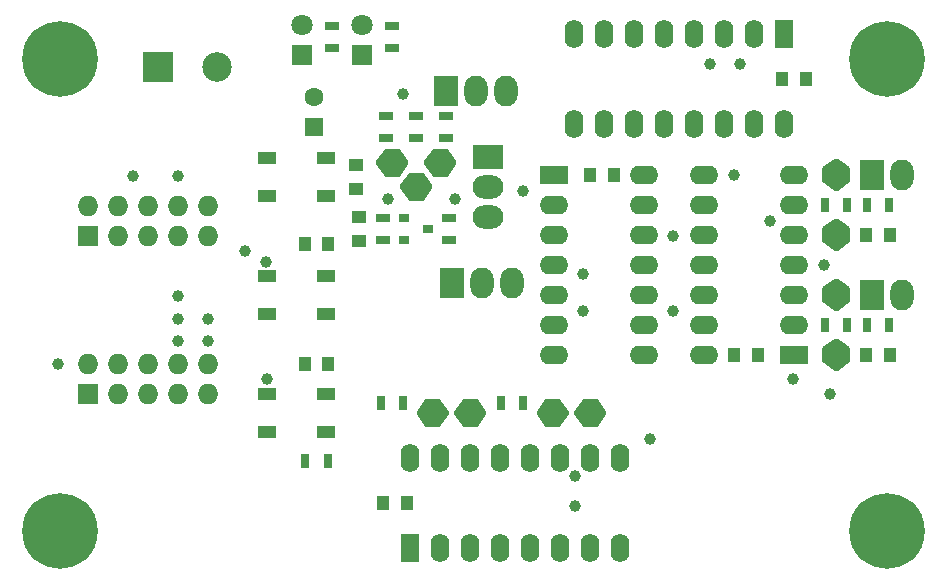
<source format=gbs>
%TF.GenerationSoftware,KiCad,Pcbnew,(5.0.0-rc2-dev-488-g86906b05e)*%
%TF.CreationDate,2018-05-17T23:15:42+02:00*%
%TF.ProjectId,ledbox,6C6564626F782E6B696361645F706362,rev?*%
%TF.SameCoordinates,Original*%
%TF.FileFunction,Soldermask,Bot*%
%TF.FilePolarity,Negative*%
%FSLAX46Y46*%
G04 Gerber Fmt 4.6, Leading zero omitted, Abs format (unit mm)*
G04 Created by KiCad (PCBNEW (5.0.0-rc2-dev-488-g86906b05e)) date Thu May 17 23:15:42 2018*
%MOMM*%
%LPD*%
G01*
G04 APERTURE LIST*
%ADD10C,0.150000*%
%ADD11C,6.400000*%
%ADD12C,0.800000*%
%ADD13R,1.600000X1.600000*%
%ADD14C,1.600000*%
%ADD15R,1.000000X1.250000*%
%ADD16R,1.250000X1.000000*%
%ADD17R,1.800000X1.800000*%
%ADD18C,1.800000*%
%ADD19O,2.600000X2.000000*%
%ADD20R,2.600000X2.000000*%
%ADD21R,2.500000X2.500000*%
%ADD22C,2.500000*%
%ADD23R,2.000000X2.600000*%
%ADD24O,2.000000X2.600000*%
%ADD25R,0.700000X1.300000*%
%ADD26R,1.300000X0.700000*%
%ADD27R,1.600000X2.400000*%
%ADD28O,1.600000X2.400000*%
%ADD29R,2.400000X1.600000*%
%ADD30O,2.400000X1.600000*%
%ADD31R,1.600000X1.000000*%
%ADD32O,1.727200X1.727200*%
%ADD33R,1.727200X1.727200*%
%ADD34R,0.900000X0.800000*%
%ADD35C,1.000000*%
G04 APERTURE END LIST*
D10*
%TO.C,JP201*%
G36*
X135991600Y-133869400D02*
X135242300Y-134872700D01*
X135242300Y-135101300D01*
X135991600Y-136104600D01*
X137058400Y-136104600D01*
X137807700Y-135101300D01*
X137807700Y-134872700D01*
X137058400Y-133869400D01*
X137045700Y-133869400D01*
X135991600Y-133869400D01*
G37*
X135991600Y-133869400D02*
X135242300Y-134872700D01*
X135242300Y-135101300D01*
X135991600Y-136104600D01*
X137058400Y-136104600D01*
X137807700Y-135101300D01*
X137807700Y-134872700D01*
X137058400Y-133869400D01*
X137045700Y-133869400D01*
X135991600Y-133869400D01*
%TO.C,JP202*%
G36*
X139166600Y-133869400D02*
X138417300Y-134872700D01*
X138417300Y-135101300D01*
X139166600Y-136104600D01*
X140233400Y-136104600D01*
X140982700Y-135101300D01*
X140982700Y-134872700D01*
X140233400Y-133869400D01*
X140220700Y-133869400D01*
X139166600Y-133869400D01*
G37*
X139166600Y-133869400D02*
X138417300Y-134872700D01*
X138417300Y-135101300D01*
X139166600Y-136104600D01*
X140233400Y-136104600D01*
X140982700Y-135101300D01*
X140982700Y-134872700D01*
X140233400Y-133869400D01*
X140220700Y-133869400D01*
X139166600Y-133869400D01*
%TO.C,JP203*%
G36*
X149326600Y-133869400D02*
X148577300Y-134872700D01*
X148577300Y-135101300D01*
X149326600Y-136104600D01*
X150393400Y-136104600D01*
X151142700Y-135101300D01*
X151142700Y-134872700D01*
X150393400Y-133869400D01*
X150380700Y-133869400D01*
X149326600Y-133869400D01*
G37*
X149326600Y-133869400D02*
X148577300Y-134872700D01*
X148577300Y-135101300D01*
X149326600Y-136104600D01*
X150393400Y-136104600D01*
X151142700Y-135101300D01*
X151142700Y-134872700D01*
X150393400Y-133869400D01*
X150380700Y-133869400D01*
X149326600Y-133869400D01*
%TO.C,JP204*%
G36*
X146151600Y-133869400D02*
X145402300Y-134872700D01*
X145402300Y-135101300D01*
X146151600Y-136104600D01*
X147218400Y-136104600D01*
X147967700Y-135101300D01*
X147967700Y-134872700D01*
X147218400Y-133869400D01*
X147205700Y-133869400D01*
X146151600Y-133869400D01*
G37*
X146151600Y-133869400D02*
X145402300Y-134872700D01*
X145402300Y-135101300D01*
X146151600Y-136104600D01*
X147218400Y-136104600D01*
X147967700Y-135101300D01*
X147967700Y-134872700D01*
X147218400Y-133869400D01*
X147205700Y-133869400D01*
X146151600Y-133869400D01*
%TO.C,JP301*%
G36*
X169570400Y-115341400D02*
X170573700Y-116090700D01*
X170802300Y-116090700D01*
X171805600Y-115341400D01*
X171805600Y-114274600D01*
X170802300Y-113525300D01*
X170573700Y-113525300D01*
X169570400Y-114274600D01*
X169570400Y-114287300D01*
X169570400Y-115341400D01*
G37*
X169570400Y-115341400D02*
X170573700Y-116090700D01*
X170802300Y-116090700D01*
X171805600Y-115341400D01*
X171805600Y-114274600D01*
X170802300Y-113525300D01*
X170573700Y-113525300D01*
X169570400Y-114274600D01*
X169570400Y-114287300D01*
X169570400Y-115341400D01*
%TO.C,JP302*%
G36*
X171805600Y-119354600D02*
X170802300Y-118605300D01*
X170573700Y-118605300D01*
X169570400Y-119354600D01*
X169570400Y-120421400D01*
X170573700Y-121170700D01*
X170802300Y-121170700D01*
X171805600Y-120421400D01*
X171805600Y-120408700D01*
X171805600Y-119354600D01*
G37*
X171805600Y-119354600D02*
X170802300Y-118605300D01*
X170573700Y-118605300D01*
X169570400Y-119354600D01*
X169570400Y-120421400D01*
X170573700Y-121170700D01*
X170802300Y-121170700D01*
X171805600Y-120421400D01*
X171805600Y-120408700D01*
X171805600Y-119354600D01*
%TO.C,JP401*%
G36*
X169570400Y-125501400D02*
X170573700Y-126250700D01*
X170802300Y-126250700D01*
X171805600Y-125501400D01*
X171805600Y-124434600D01*
X170802300Y-123685300D01*
X170573700Y-123685300D01*
X169570400Y-124434600D01*
X169570400Y-124447300D01*
X169570400Y-125501400D01*
G37*
X169570400Y-125501400D02*
X170573700Y-126250700D01*
X170802300Y-126250700D01*
X171805600Y-125501400D01*
X171805600Y-124434600D01*
X170802300Y-123685300D01*
X170573700Y-123685300D01*
X169570400Y-124434600D01*
X169570400Y-124447300D01*
X169570400Y-125501400D01*
%TO.C,JP402*%
G36*
X171805600Y-129514600D02*
X170802300Y-128765300D01*
X170573700Y-128765300D01*
X169570400Y-129514600D01*
X169570400Y-130581400D01*
X170573700Y-131330700D01*
X170802300Y-131330700D01*
X171805600Y-130581400D01*
X171805600Y-130568700D01*
X171805600Y-129514600D01*
G37*
X171805600Y-129514600D02*
X170802300Y-128765300D01*
X170573700Y-128765300D01*
X169570400Y-129514600D01*
X169570400Y-130581400D01*
X170573700Y-131330700D01*
X170802300Y-131330700D01*
X171805600Y-130581400D01*
X171805600Y-130568700D01*
X171805600Y-129514600D01*
%TO.C,JP501*%
G36*
X137693400Y-114909600D02*
X138442700Y-113906300D01*
X138442700Y-113677700D01*
X137693400Y-112674400D01*
X136626600Y-112674400D01*
X135877300Y-113677700D01*
X135877300Y-113906300D01*
X136626600Y-114909600D01*
X136639300Y-114909600D01*
X137693400Y-114909600D01*
G37*
X137693400Y-114909600D02*
X138442700Y-113906300D01*
X138442700Y-113677700D01*
X137693400Y-112674400D01*
X136626600Y-112674400D01*
X135877300Y-113677700D01*
X135877300Y-113906300D01*
X136626600Y-114909600D01*
X136639300Y-114909600D01*
X137693400Y-114909600D01*
%TO.C,JP502*%
G36*
X135661400Y-116941600D02*
X136410700Y-115938300D01*
X136410700Y-115709700D01*
X135661400Y-114706400D01*
X134594600Y-114706400D01*
X133845300Y-115709700D01*
X133845300Y-115938300D01*
X134594600Y-116941600D01*
X134607300Y-116941600D01*
X135661400Y-116941600D01*
G37*
X135661400Y-116941600D02*
X136410700Y-115938300D01*
X136410700Y-115709700D01*
X135661400Y-114706400D01*
X134594600Y-114706400D01*
X133845300Y-115709700D01*
X133845300Y-115938300D01*
X134594600Y-116941600D01*
X134607300Y-116941600D01*
X135661400Y-116941600D01*
%TO.C,JP503*%
G36*
X133629400Y-114909600D02*
X134378700Y-113906300D01*
X134378700Y-113677700D01*
X133629400Y-112674400D01*
X132562600Y-112674400D01*
X131813300Y-113677700D01*
X131813300Y-113906300D01*
X132562600Y-114909600D01*
X132575300Y-114909600D01*
X133629400Y-114909600D01*
G37*
X133629400Y-114909600D02*
X134378700Y-113906300D01*
X134378700Y-113677700D01*
X133629400Y-112674400D01*
X132562600Y-112674400D01*
X131813300Y-113677700D01*
X131813300Y-113906300D01*
X132562600Y-114909600D01*
X132575300Y-114909600D01*
X133629400Y-114909600D01*
%TD*%
D11*
%TO.C,REF\002A\002A*%
X105000000Y-105000000D03*
D12*
X107400000Y-105000000D03*
X106697056Y-106697056D03*
X105000000Y-107400000D03*
X103302944Y-106697056D03*
X102600000Y-105000000D03*
X103302944Y-103302944D03*
X105000000Y-102600000D03*
X106697056Y-103302944D03*
%TD*%
%TO.C,REF\002A\002A*%
X106697056Y-143302944D03*
X105000000Y-142600000D03*
X103302944Y-143302944D03*
X102600000Y-145000000D03*
X103302944Y-146697056D03*
X105000000Y-147400000D03*
X106697056Y-146697056D03*
X107400000Y-145000000D03*
D11*
X105000000Y-145000000D03*
%TD*%
%TO.C,REF\002A\002A*%
X175000000Y-145000000D03*
D12*
X177400000Y-145000000D03*
X176697056Y-146697056D03*
X175000000Y-147400000D03*
X173302944Y-146697056D03*
X172600000Y-145000000D03*
X173302944Y-143302944D03*
X175000000Y-142600000D03*
X176697056Y-143302944D03*
%TD*%
%TO.C,REF\002A\002A*%
X176697056Y-103302944D03*
X175000000Y-102600000D03*
X173302944Y-103302944D03*
X172600000Y-105000000D03*
X173302944Y-106697056D03*
X175000000Y-107400000D03*
X176697056Y-106697056D03*
X177400000Y-105000000D03*
D11*
X175000000Y-105000000D03*
%TD*%
D13*
%TO.C,C101*%
X126492000Y-110744000D03*
D14*
X126492000Y-108244000D03*
%TD*%
D15*
%TO.C,C201*%
X166132000Y-106680000D03*
X168132000Y-106680000D03*
%TD*%
%TO.C,C202*%
X149876000Y-114808000D03*
X151876000Y-114808000D03*
%TD*%
%TO.C,C203*%
X162068000Y-130048000D03*
X164068000Y-130048000D03*
%TD*%
%TO.C,C204*%
X134350000Y-142607000D03*
X132350000Y-142607000D03*
%TD*%
%TO.C,C301*%
X175244000Y-119888000D03*
X173244000Y-119888000D03*
%TD*%
%TO.C,C401*%
X175244000Y-130048000D03*
X173244000Y-130048000D03*
%TD*%
D16*
%TO.C,C501*%
X130000000Y-116000000D03*
X130000000Y-114000000D03*
%TD*%
D15*
%TO.C,C502*%
X127685000Y-130810000D03*
X125685000Y-130810000D03*
%TD*%
%TO.C,C503*%
X127685000Y-120650000D03*
X125685000Y-120650000D03*
%TD*%
D16*
%TO.C,C504*%
X130302000Y-118380000D03*
X130302000Y-120380000D03*
%TD*%
D17*
%TO.C,D201*%
X130556000Y-104648000D03*
D18*
X130556000Y-102108000D03*
%TD*%
%TO.C,D202*%
X125476000Y-102108000D03*
D17*
X125476000Y-104648000D03*
%TD*%
D19*
%TO.C,J101*%
X141224000Y-118364000D03*
X141224000Y-115824000D03*
D20*
X141224000Y-113284000D03*
%TD*%
D21*
%TO.C,J102*%
X113284000Y-105664000D03*
D22*
X118284000Y-105664000D03*
%TD*%
D23*
%TO.C,J104*%
X138176000Y-123952000D03*
D24*
X140716000Y-123952000D03*
X143256000Y-123952000D03*
%TD*%
D23*
%TO.C,J301*%
X173736000Y-114808000D03*
D24*
X176276000Y-114808000D03*
%TD*%
%TO.C,J401*%
X176276000Y-124968000D03*
D23*
X173736000Y-124968000D03*
%TD*%
%TO.C,J501*%
X137668000Y-107696000D03*
D24*
X140208000Y-107696000D03*
X142748000Y-107696000D03*
%TD*%
D25*
%TO.C,R101*%
X144206000Y-134112000D03*
X142306000Y-134112000D03*
%TD*%
%TO.C,R102*%
X134046000Y-134112000D03*
X132146000Y-134112000D03*
%TD*%
%TO.C,R103*%
X125735000Y-139065000D03*
X127635000Y-139065000D03*
%TD*%
D26*
%TO.C,R201*%
X133096000Y-104074000D03*
X133096000Y-102174000D03*
%TD*%
%TO.C,R202*%
X128016000Y-102174000D03*
X128016000Y-104074000D03*
%TD*%
D25*
%TO.C,R301*%
X173294000Y-117348000D03*
X175194000Y-117348000D03*
%TD*%
%TO.C,R302*%
X169738000Y-117348000D03*
X171638000Y-117348000D03*
%TD*%
%TO.C,R401*%
X173294000Y-127508000D03*
X175194000Y-127508000D03*
%TD*%
%TO.C,R402*%
X169738000Y-127508000D03*
X171638000Y-127508000D03*
%TD*%
D26*
%TO.C,R501*%
X137922000Y-120330000D03*
X137922000Y-118430000D03*
%TD*%
%TO.C,R502*%
X132334000Y-118430000D03*
X132334000Y-120330000D03*
%TD*%
%TO.C,R503*%
X137668000Y-109794000D03*
X137668000Y-111694000D03*
%TD*%
%TO.C,R504*%
X135128000Y-111694000D03*
X135128000Y-109794000D03*
%TD*%
%TO.C,R505*%
X132588000Y-109794000D03*
X132588000Y-111694000D03*
%TD*%
D27*
%TO.C,U201*%
X166243000Y-102870000D03*
D28*
X148463000Y-110490000D03*
X163703000Y-102870000D03*
X151003000Y-110490000D03*
X161163000Y-102870000D03*
X153543000Y-110490000D03*
X158623000Y-102870000D03*
X156083000Y-110490000D03*
X156083000Y-102870000D03*
X158623000Y-110490000D03*
X153543000Y-102870000D03*
X161163000Y-110490000D03*
X151003000Y-102870000D03*
X163703000Y-110490000D03*
X148463000Y-102870000D03*
X166243000Y-110490000D03*
%TD*%
%TO.C,U202*%
X134620000Y-138797000D03*
X152400000Y-146417000D03*
X137160000Y-138797000D03*
X149860000Y-146417000D03*
X139700000Y-138797000D03*
X147320000Y-146417000D03*
X142240000Y-138797000D03*
X144780000Y-146417000D03*
X144780000Y-138797000D03*
X142240000Y-146417000D03*
X147320000Y-138797000D03*
X139700000Y-146417000D03*
X149860000Y-138797000D03*
X137160000Y-146417000D03*
X152400000Y-138797000D03*
D27*
X134620000Y-146417000D03*
%TD*%
D29*
%TO.C,U203*%
X146812000Y-114808000D03*
D30*
X154432000Y-130048000D03*
X146812000Y-117348000D03*
X154432000Y-127508000D03*
X146812000Y-119888000D03*
X154432000Y-124968000D03*
X146812000Y-122428000D03*
X154432000Y-122428000D03*
X146812000Y-124968000D03*
X154432000Y-119888000D03*
X146812000Y-127508000D03*
X154432000Y-117348000D03*
X146812000Y-130048000D03*
X154432000Y-114808000D03*
%TD*%
%TO.C,U204*%
X159512000Y-130048000D03*
X167132000Y-114808000D03*
X159512000Y-127508000D03*
X167132000Y-117348000D03*
X159512000Y-124968000D03*
X167132000Y-119888000D03*
X159512000Y-122428000D03*
X167132000Y-122428000D03*
X159512000Y-119888000D03*
X167132000Y-124968000D03*
X159512000Y-117348000D03*
X167132000Y-127508000D03*
X159512000Y-114808000D03*
D29*
X167132000Y-130048000D03*
%TD*%
D31*
%TO.C,U501*%
X122500000Y-116600000D03*
X122500000Y-113400000D03*
X127500000Y-116600000D03*
X127500000Y-113400000D03*
%TD*%
%TO.C,U502*%
X127500000Y-123400000D03*
X127500000Y-126600000D03*
X122500000Y-123400000D03*
X122500000Y-126600000D03*
%TD*%
%TO.C,U503*%
X122500000Y-136600000D03*
X122500000Y-133400000D03*
X127500000Y-136600000D03*
X127500000Y-133400000D03*
%TD*%
D32*
%TO.C,J103*%
X117475000Y-117475000D03*
X117475000Y-120015000D03*
X114935000Y-117475000D03*
X114935000Y-120015000D03*
X112395000Y-117475000D03*
X112395000Y-120015000D03*
X109855000Y-117475000D03*
X109855000Y-120015000D03*
X107315000Y-117475000D03*
D33*
X107315000Y-120015000D03*
%TD*%
%TO.C,J105*%
X107315000Y-133350000D03*
D32*
X107315000Y-130810000D03*
X109855000Y-133350000D03*
X109855000Y-130810000D03*
X112395000Y-133350000D03*
X112395000Y-130810000D03*
X114935000Y-133350000D03*
X114935000Y-130810000D03*
X117475000Y-133350000D03*
X117475000Y-130810000D03*
%TD*%
D34*
%TO.C,Q501*%
X134128000Y-120330000D03*
X134128000Y-118430000D03*
X136128000Y-119380000D03*
%TD*%
D35*
%TO.C,TP201*%
X120650000Y-121285000D03*
%TD*%
%TO.C,TP202*%
X114935000Y-114935000D03*
%TD*%
%TO.C,TP203*%
X162560000Y-105410000D03*
%TD*%
%TO.C,TP204*%
X144145000Y-116205000D03*
%TD*%
%TO.C,TP205*%
X149225000Y-123190000D03*
%TD*%
%TO.C,TP206*%
X138430000Y-116840000D03*
%TD*%
%TO.C,TP207*%
X149225000Y-126365000D03*
%TD*%
%TO.C,TP208*%
X160020000Y-105410000D03*
%TD*%
%TO.C,TP209*%
X148590000Y-140335000D03*
%TD*%
%TO.C,TP210*%
X148590000Y-142875000D03*
%TD*%
%TO.C,TP211*%
X154940000Y-137160000D03*
%TD*%
%TO.C,TP301*%
X169672000Y-122428000D03*
%TD*%
%TO.C,TP302*%
X114935000Y-125095000D03*
%TD*%
%TO.C,TP303*%
X167005000Y-132080000D03*
%TD*%
%TO.C,TP304*%
X165100000Y-118745000D03*
%TD*%
%TO.C,TP401*%
X170180000Y-133350000D03*
%TD*%
%TO.C,TP402*%
X156845000Y-126365000D03*
%TD*%
%TO.C,TP403*%
X156845000Y-120015000D03*
%TD*%
%TO.C,TP404*%
X162052000Y-114808000D03*
%TD*%
%TO.C,TP501*%
X111125000Y-114935000D03*
%TD*%
%TO.C,TP502*%
X122428000Y-122174000D03*
%TD*%
%TO.C,TP503*%
X133985000Y-107950000D03*
%TD*%
%TO.C,TP504*%
X132715000Y-116840000D03*
%TD*%
%TO.C,TP505*%
X122491500Y-132143500D03*
%TD*%
%TO.C,TP101*%
X104775000Y-130810000D03*
%TD*%
%TO.C,TP102*%
X114935000Y-127000000D03*
%TD*%
%TO.C,TP103*%
X114935000Y-128905000D03*
%TD*%
%TO.C,TP104*%
X117475000Y-127000000D03*
%TD*%
%TO.C,TP105*%
X117475000Y-128905000D03*
%TD*%
M02*

</source>
